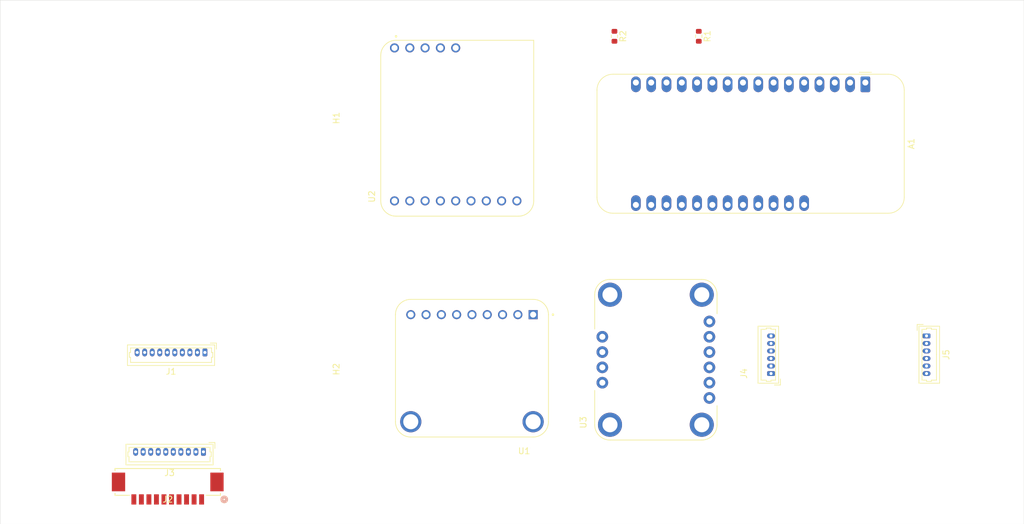
<source format=kicad_pcb>
(kicad_pcb (version 20241229) (generator "pcbnew") (generator_version "9.0")
  (title_block (title "Balloons Payload 2025 Onboarding ") (date "2025-07-29"))
  (layers (0 "F.Cu" signal) (4 "In1.Cu" signal) (6 "In2.Cu" signal) (2 "B.Cu" signal) (13 "F.Paste" user) (15 "B.Paste" user) (5 "F.SilkS" user "F.Silkscreen") (7 "B.SilkS" user "B.Silkscreen") (1 "F.Mask" user) (3 "B.Mask" user) (25 "Edge.Cuts" user))
  (net 0 "")
  (net 1 "+3V3")
  (net 2 "/inside/SCK")
  (net 3 "/inside/MISO")
  (net 4 "/inside/CS_LoRa")
  (net 9 "/inside/SCL")
  (net 11 "/inside/CS_microSD")
  (net 14 "/inside/RX_MCU")
  (net 15 "/inside/MOSI")
  (net 21 "GND")
  (net 25 "/inside/TX_MCU")
  (net 26 "/inside/SDA")
  (net 28 "+5V")
  (net 29 "Net-(J1-Pin_9)")
  (net 30 "Net-(J1-Pin_3)")
  (net 31 "Net-(J1-Pin_2)")
  (net 32 "Net-(J1-Pin_7)")
  (net 33 "Net-(J1-Pin_4)")
  (net 34 "Net-(J1-Pin_5)")
  (footprint "Connector_Molex:Molex_PicoBlade_53047-1010_1x10_P1.25mm_Vertical" (layer "F.Cu") (at 80.25 132.5 180)
    (property "Reference" "J3" (at 5.62 -3.5 0) (layer "F.SilkS"))
    (property "Value" "Molex 0510211000")
    (fp_line (start 12.86 1.26) (end 12.86 -2.16) (stroke (width 0.12)) (layer "F.SilkS"))
    (fp_line (start 12.86 -2.16) (end -1.61 -2.16) (stroke (width 0.12)) (layer "F.SilkS"))
    (fp_line (start 12.55 0) (end 12.55 -0.8) (stroke (width 0.12)) (layer "F.SilkS"))
    (fp_line (start 12.55 -0.8) (end 12.35 -0.8) (stroke (width 0.12)) (layer "F.SilkS"))
    (fp_line (start 12.35 0.75) (end 12.35 0) (stroke (width 0.12)) (layer "F.SilkS"))
    (fp_line (start 12.35 0) (end 12.55 0) (stroke (width 0.12)) (layer "F.SilkS"))
    (fp_line (start 12.35 -0.8) (end 12.35 -1.65) (stroke (width 0.12)) (layer "F.SilkS"))
    (fp_line (start 12.35 -1.65) (end 5.625 -1.65) (stroke (width 0.12)) (layer "F.SilkS"))
    (fp_line (start 5.625 0.75) (end 12.35 0.75) (stroke (width 0.12)) (layer "F.SilkS"))
    (fp_line (start 5.625 0.75) (end -1.1 0.75) (stroke (width 0.12)) (layer "F.SilkS"))
    (fp_line (start -1.1 0.75) (end -1.1 0) (stroke (width 0.12)) (layer "F.SilkS"))
    (fp_line (start -1.1 0) (end -1.3 0) (stroke (width 0.12)) (layer "F.SilkS"))
    (fp_line (start -1.1 -0.8) (end -1.1 -1.65) (stroke (width 0.12)) (layer "F.SilkS"))
    (fp_line (start -1.1 -1.65) (end 5.625 -1.65) (stroke (width 0.12)) (layer "F.SilkS"))
    (fp_line (start -1.3 0) (end -1.3 -0.8) (stroke (width 0.12)) (layer "F.SilkS"))
    (fp_line (start -1.3 -0.8) (end -1.1 -0.8) (stroke (width 0.12)) (layer "F.SilkS"))
    (fp_line (start -1.61 1.26) (end 12.86 1.26) (stroke (width 0.12)) (layer "F.SilkS"))
    (fp_line (start -1.61 -2.16) (end -1.61 1.26) (stroke (width 0.12)) (layer "F.SilkS"))
    (fp_line (start -1.9 1.55) (end -0.9 1.55) (stroke (width 0.12)) (layer "F.SilkS"))
    (fp_line (start -1.9 1.55) (end -1.9 0.55) (stroke (width 0.12)) (layer "F.SilkS"))
    (pad "1" thru_hole roundrect (at 0 0 180) (size 0.8 1.3) (drill 0.5) (layers "*.Cu" "*.Mask") (net 14 "/inside/RX_MCU"))
    (pad "2" thru_hole oval (at 1.25 0 180) (size 0.8 1.3) (drill 0.5) (layers "*.Cu" "*.Mask") (net 31 "Net-(J1-Pin_2)"))
    (pad "3" thru_hole oval (at 2.5 0 180) (size 0.8 1.3) (drill 0.5) (layers "*.Cu" "*.Mask") (net 30 "Net-(J1-Pin_3)"))
    (pad "4" thru_hole oval (at 3.75 0 180) (size 0.8 1.3) (drill 0.5) (layers "*.Cu" "*.Mask") (net 33 "Net-(J1-Pin_4)"))
    (pad "5" thru_hole oval (at 5 0 180) (size 0.8 1.3) (drill 0.5) (layers "*.Cu" "*.Mask") (net 34 "Net-(J1-Pin_5)"))
    (pad "6" thru_hole oval (at 6.25 0 180) (size 0.8 1.3) (drill 0.5) (layers "*.Cu" "*.Mask") (net 25 "/inside/TX_MCU"))
    (pad "7" thru_hole oval (at 7.5 0 180) (size 0.8 1.3) (drill 0.5) (layers "*.Cu" "*.Mask") (net 32 "Net-(J1-Pin_7)"))
    (pad "8" thru_hole oval (at 8.75 0 180) (size 0.8 1.3) (drill 0.5) (layers "*.Cu" "*.Mask") (net 28 "+5V"))
    (pad "9" thru_hole oval (at 10 0 180) (size 0.8 1.3) (drill 0.5) (layers "*.Cu" "*.Mask") (net 29 "Net-(J1-Pin_9)"))
    (pad "10" thru_hole oval (at 11.25 0 180) (size 0.8 1.3) (drill 0.5) (layers "*.Cu" "*.Mask") (net 21 "GND"))
  )
  (footprint "footpriont:Adafruit_RFM96W_LoRa_Radio_3073" (layer "F.Cu") (at 122.395 78.766 90)
    (property "Reference" "U2" (at -11.344 -14.17 90) (layer "F.SilkS"))
    (property "Value" "3073")
    (fp_line (start -12.065 -12.7) (end 12.065 -12.7) (stroke (width 0.127)) (layer "F.SilkS"))
    (fp_line (start 14.605 -10.16) (end 14.605 12.7) (stroke (width 0.127)) (layer "F.SilkS"))
    (fp_line (start -14.605 10.16) (end -14.605 -10.16) (stroke (width 0.127)) (layer "F.SilkS"))
    (fp_line (start 14.605 12.7) (end -12.065 12.7) (stroke (width 0.127)) (layer "F.SilkS"))
    (fp_arc (start 12.065 -12.7) (mid 13.861051 -11.956051) (end 14.605 -10.16) (stroke (width 0.127)) (layer "F.SilkS"))
    (fp_arc (start -14.605 -10.16) (mid -13.861051 -11.956051) (end -12.065 -12.7) (stroke (width 0.127)) (layer "F.SilkS"))
    (fp_arc (start -12.065 12.7) (mid -13.861051 11.956051) (end -14.605 10.16) (stroke (width 0.127)) (layer "F.SilkS"))
    (fp_circle (center 15.25 -10.16) (end 15.35 -10.16) (stroke (width 0.2)) (fill no) (layer "F.SilkS"))
    (pad "JP1_1" thru_hole circle (at 13.335 -10.414 90) (size 1.508 1.508) (drill 1) (layers "*.Cu" "*.Mask"))
    (pad "JP1_2" thru_hole circle (at 13.335 -7.874 90) (size 1.508 1.508) (drill 1) (layers "*.Cu" "*.Mask"))
    (pad "JP1_3" thru_hole circle (at 13.335 -5.334 90) (size 1.508 1.508) (drill 1) (layers "*.Cu" "*.Mask"))
    (pad "JP1_4" thru_hole circle (at 13.335 -2.794 90) (size 1.508 1.508) (drill 1) (layers "*.Cu" "*.Mask"))
    (pad "JP1_5" thru_hole circle (at 13.335 -0.254 90) (size 1.508 1.508) (drill 1) (layers "*.Cu" "*.Mask"))
    (pad "JP3_1" thru_hole circle (at -12.065 -10.414 90) (size 1.508 1.508) (drill 1) (layers "*.Cu" "*.Mask") (net 1 "+3V3"))
    (pad "JP3_2" thru_hole circle (at -12.065 -7.874 90) (size 1.508 1.508) (drill 1) (layers "*.Cu" "*.Mask") (net 21 "GND"))
    (pad "JP3_3" thru_hole circle (at -12.065 -5.334 90) (size 1.508 1.508) (drill 1) (layers "*.Cu" "*.Mask"))
    (pad "JP3_4" thru_hole circle (at -12.065 -2.794 90) (size 1.508 1.508) (drill 1) (layers "*.Cu" "*.Mask"))
    (pad "JP3_5" thru_hole circle (at -12.065 -0.254 90) (size 1.508 1.508) (drill 1) (layers "*.Cu" "*.Mask") (net 2 "/inside/SCK"))
    (pad "JP3_6" thru_hole circle (at -12.065 2.286 90) (size 1.508 1.508) (drill 1) (layers "*.Cu" "*.Mask") (net 3 "/inside/MISO"))
    (pad "JP3_7" thru_hole circle (at -12.065 4.826 90) (size 1.508 1.508) (drill 1) (layers "*.Cu" "*.Mask") (net 15 "/inside/MOSI"))
    (pad "JP3_8" thru_hole circle (at -12.065 7.366 90) (size 1.508 1.508) (drill 1) (layers "*.Cu" "*.Mask") (net 4 "/inside/CS_LoRa"))
    (pad "JP3_9" thru_hole circle (at -12.065 9.906 90) (size 1.508 1.508) (drill 1) (layers "*.Cu" "*.Mask"))
  )
  (footprint "Resistor_SMD:R_0603_1608Metric" (layer "F.Cu") (at 162.5 63.5 -90)
    (property "Reference" "R1" (at 0 -1.43 90) (layer "F.SilkS"))
    (property "Value" "10k")
    (fp_line (start -0.237258 0.5225) (end 0.237258 0.5225) (stroke (width 0.12)) (layer "F.SilkS"))
    (fp_line (start -0.237258 -0.5225) (end 0.237258 -0.5225) (stroke (width 0.12)) (layer "F.SilkS"))
    (pad "1" smd roundrect (at -0.825 0 270) (size 0.8 0.95) (layers "F.Cu" "F.Mask" "F.Paste") (net 1 "+3V3"))
    (pad "2" smd roundrect (at 0.825 0 270) (size 0.8 0.95) (layers "F.Cu" "F.Mask" "F.Paste") (net 26 "/inside/SDA"))
  )
  (footprint "footprints-extra:CONN_532610001-SD_10_MOL" (layer "F.Cu") (at 74.325 137.495499)
    (property "Reference" "J2" (at 0 2.9045 0) (layer "F.SilkS"))
    (property "Value" "Molex 0532611071")
    (fp_line (start -8.7503 -2.2225) (end -8.7503 -1.877639) (stroke (width 0.1524)) (layer "F.SilkS"))
    (fp_line (start -8.7503 1.886641) (end -8.7503 2.2225) (stroke (width 0.1524)) (layer "F.SilkS"))
    (fp_line (start -8.7503 2.2225) (end -6.36414 2.2225) (stroke (width 0.1524)) (layer "F.SilkS"))
    (fp_line (start 6.36414 2.2225) (end 8.7503 2.2225) (stroke (width 0.1524)) (layer "F.SilkS"))
    (fp_line (start 8.7503 -2.2225) (end -8.7503 -2.2225) (stroke (width 0.1524)) (layer "F.SilkS"))
    (fp_line (start 8.7503 -1.877639) (end 8.7503 -2.2225) (stroke (width 0.1524)) (layer "F.SilkS"))
    (fp_line (start 8.7503 2.2225) (end 8.7503 1.886641) (stroke (width 0.1524)) (layer "F.SilkS"))
    (fp_circle (center 9.3853 2.9045) (end 9.7663 2.9045) (stroke (width 0.508)) (fill no) (layer "F.SilkS"))
    (fp_circle (center 9.3853 2.9045) (end 9.7663 2.9045) (stroke (width 0.508)) (fill no) (layer "B.SilkS"))
    (pad "1" smd rect (at 5.625 2.9045) (size 0.8128 1.7018) (layers "F.Cu" "F.Mask" "F.Paste") (net 14 "/inside/RX_MCU"))
    (pad "2" smd rect (at 4.375 2.9045) (size 0.8128 1.7018) (layers "F.Cu" "F.Mask" "F.Paste"))
    (pad "3" smd rect (at 3.125 2.9045) (size 0.8128 1.7018) (layers "F.Cu" "F.Mask" "F.Paste"))
    (pad "4" smd rect (at 1.875 2.9045) (size 0.8128 1.7018) (layers "F.Cu" "F.Mask" "F.Paste"))
    (pad "5" smd rect (at 0.625 2.9045) (size 0.8128 1.7018) (layers "F.Cu" "F.Mask" "F.Paste"))
    (pad "6" smd rect (at -0.625 2.9045) (size 0.8128 1.7018) (layers "F.Cu" "F.Mask" "F.Paste") (net 25 "/inside/TX_MCU"))
    (pad "7" smd rect (at -1.875 2.9045) (size 0.8128 1.7018) (layers "F.Cu" "F.Mask" "F.Paste"))
    (pad "8" smd rect (at -3.125 2.9045) (size 0.8128 1.7018) (layers "F.Cu" "F.Mask" "F.Paste") (net 28 "+5V"))
    (pad "9" smd rect (at -4.375 2.9045) (size 0.8128 1.7018) (layers "F.Cu" "F.Mask" "F.Paste"))
    (pad "10" smd rect (at -5.625 2.9045) (size 0.8128 1.7018) (layers "F.Cu" "F.Mask" "F.Paste") (net 21 "GND"))
    (pad "11" smd rect (at -8.175 0.004501) (size 2.2098 3.0988) (layers "F.Cu" "F.Mask" "F.Paste"))
    (pad "12" smd rect (at 8.175 0.004501) (size 2.2098 3.0988) (layers "F.Cu" "F.Mask" "F.Paste"))
  )
  (footprint "MountingHole:MountingHole_2.5mm" (layer "F.Cu") (at 98.876 77.08 -90)
    (property "Reference" "H1" (at 0 -3.45 90) (layer "F.SilkS"))
    (property "Value" "MountingHole")
    (pad "" np_thru_hole circle (at 0 0 270) (size 2.5 2.5) (drill 2.5) (layers "*.Cu" "*.Mask"))
  )
  (footprint "Resistor_SMD:R_0603_1608Metric" (layer "F.Cu") (at 148.5 63.5 -90)
    (property "Reference" "R2" (at 0 -1.43 90) (layer "F.SilkS"))
    (property "Value" "10k")
    (fp_line (start -0.237258 0.5225) (end 0.237258 0.5225) (stroke (width 0.12)) (layer "F.SilkS"))
    (fp_line (start -0.237258 -0.5225) (end 0.237258 -0.5225) (stroke (width 0.12)) (layer "F.SilkS"))
    (pad "1" smd roundrect (at -0.825 0 270) (size 0.8 0.95) (layers "F.Cu" "F.Mask" "F.Paste") (net 1 "+3V3"))
    (pad "2" smd roundrect (at 0.825 0 270) (size 0.8 0.95) (layers "F.Cu" "F.Mask" "F.Paste") (net 9 "/inside/SCL"))
  )
  (footprint "footpriont:adafruit_IMU_2472" (layer "F.Cu") (at 155.38 117.205 90)
    (property "Reference" "U3" (at -10.41 -12.045 90) (layer "F.SilkS"))
    (property "Value" "2472")
    (fp_line (start 5.0952 -10.16) (end 10.795 -10.16) (stroke (width 0.127)) (layer "F.SilkS"))
    (fp_line (start -10.795 -10.16) (end -5.0952 -10.16) (stroke (width 0.127)) (layer "F.SilkS"))
    (fp_line (start 13.335 -7.62) (end 13.335 7.62) (stroke (width 0.127)) (layer "F.SilkS"))
    (fp_line (start -13.335 7.62) (end -13.335 -7.62) (stroke (width 0.127)) (layer "F.SilkS"))
    (fp_line (start 10.795 10.16) (end 7.6352 10.16) (stroke (width 0.127)) (layer "F.SilkS"))
    (fp_line (start -7.6352 10.16) (end -10.795 10.16) (stroke (width 0.127)) (layer "F.SilkS"))
    (fp_arc (start 10.795 -10.16) (mid 12.591051 -9.416051) (end 13.335 -7.62) (stroke (width 0.127)) (layer "F.SilkS"))
    (fp_arc (start -13.335 -7.62) (mid -12.591051 -9.416051) (end -10.795 -10.16) (stroke (width 0.127)) (layer "F.SilkS"))
    (fp_arc (start 13.335 7.62) (mid 12.591051 9.416051) (end 10.795 10.16) (stroke (width 0.127)) (layer "F.SilkS"))
    (fp_arc (start -10.795 10.16) (mid -12.591051 9.416051) (end -13.335 7.62) (stroke (width 0.127)) (layer "F.SilkS"))
    (pad "1" thru_hole circle (at -6.35 8.89 90) (size 1.9304 1.9304) (drill 1) (layers "*.Cu" "*.Mask") (net 1 "+3V3"))
    (pad "2" thru_hole circle (at -3.81 8.89 90) (size 1.9304 1.9304) (drill 1) (layers "*.Cu" "*.Mask"))
    (pad "3" thru_hole circle (at -1.27 8.89 90) (size 1.9304 1.9304) (drill 1) (layers "*.Cu" "*.Mask") (net 21 "GND"))
    (pad "4" thru_hole circle (at 1.27 8.89 90) (size 1.9304 1.9304) (drill 1) (layers "*.Cu" "*.Mask") (net 26 "/inside/SDA"))
    (pad "5" thru_hole circle (at 3.81 8.89 90) (size 1.9304 1.9304) (drill 1) (layers "*.Cu" "*.Mask") (net 9 "/inside/SCL"))
    (pad "6" thru_hole circle (at 6.35 8.89 90) (size 1.9304 1.9304) (drill 1) (layers "*.Cu" "*.Mask"))
    (pad "7" thru_hole circle (at 3.81 -8.89 90) (size 1.9304 1.9304) (drill 1) (layers "*.Cu" "*.Mask"))
    (pad "8" thru_hole circle (at 1.27 -8.89 90) (size 1.9304 1.9304) (drill 1) (layers "*.Cu" "*.Mask"))
    (pad "9" thru_hole circle (at -1.27 -8.89 90) (size 1.9304 1.9304) (drill 1) (layers "*.Cu" "*.Mask"))
    (pad "10" thru_hole circle (at -3.81 -8.89 90) (size 1.9304 1.9304) (drill 1) (layers "*.Cu" "*.Mask"))
    (pad "SH1" thru_hole circle (at -10.795 7.62 90) (size 4 4) (drill 2.5) (layers "*.Cu" "*.Mask"))
    (pad "SH2" thru_hole circle (at 10.795 7.62 90) (size 4 4) (drill 2.5) (layers "*.Cu" "*.Mask"))
    (pad "SH3" thru_hole circle (at 10.795 -7.62 90) (size 4 4) (drill 2.5) (layers "*.Cu" "*.Mask"))
    (pad "SH4" thru_hole circle (at -10.795 -7.62 90) (size 4 4) (drill 2.5) (layers "*.Cu" "*.Mask"))
  )
  (footprint "Connector_Molex:Molex_PicoBlade_53047-0610_1x06_P1.25mm_Vertical" (layer "F.Cu") (at 200.32 113.25 -90)
    (property "Reference" "J5" (at 3.12 -3.26 90) (layer "F.SilkS"))
    (property "Value" "Conn_01x06_Pin")
    (fp_line (start -1.9 1.55) (end -0.9 1.55) (stroke (width 0.12)) (layer "F.SilkS"))
    (fp_line (start -1.9 1.55) (end -1.9 0.55) (stroke (width 0.12)) (layer "F.SilkS"))
    (fp_line (start -1.61 1.26) (end 7.86 1.26) (stroke (width 0.12)) (layer "F.SilkS"))
    (fp_line (start 7.86 1.26) (end 7.86 -2.16) (stroke (width 0.12)) (layer "F.SilkS"))
    (fp_line (start -1.1 0.75) (end -1.1 0) (stroke (width 0.12)) (layer "F.SilkS"))
    (fp_line (start 3.125 0.75) (end -1.1 0.75) (stroke (width 0.12)) (layer "F.SilkS"))
    (fp_line (start 3.125 0.75) (end 7.35 0.75) (stroke (width 0.12)) (layer "F.SilkS"))
    (fp_line (start 7.35 0.75) (end 7.35 0) (stroke (width 0.12)) (layer "F.SilkS"))
    (fp_line (start -1.3 0) (end -1.3 -0.8) (stroke (width 0.12)) (layer "F.SilkS"))
    (fp_line (start -1.1 0) (end -1.3 0) (stroke (width 0.12)) (layer "F.SilkS"))
    (fp_line (start 7.35 0) (end 7.55 0) (stroke (width 0.12)) (layer "F.SilkS"))
    (fp_line (start 7.55 0) (end 7.55 -0.8) (stroke (width 0.12)) (layer "F.SilkS"))
    (fp_line (start -1.3 -0.8) (end -1.1 -0.8) (stroke (width 0.12)) (layer "F.SilkS"))
    (fp_line (start -1.1 -0.8) (end -1.1 -1.65) (stroke (width 0.12)) (layer "F.SilkS"))
    (fp_line (start 7.35 -0.8) (end 7.35 -1.65) (stroke (width 0.12)) (layer "F.SilkS"))
    (fp_line (start 7.55 -0.8) (end 7.35 -0.8) (stroke (width 0.12)) (layer "F.SilkS"))
    (fp_line (start -1.1 -1.65) (end 3.125 -1.65) (stroke (width 0.12)) (layer "F.SilkS"))
    (fp_line (start 7.35 -1.65) (end 3.125 -1.65) (stroke (width 0.12)) (layer "F.SilkS"))
    (fp_line (start -1.61 -2.16) (end -1.61 1.26) (stroke (width 0.12)) (layer "F.SilkS"))
    (fp_line (start 7.86 -2.16) (end -1.61 -2.16) (stroke (width 0.12)) (layer "F.SilkS"))
    (pad "1" thru_hole roundrect (at 0 0 270) (size 0.8 1.3) (drill 0.5) (layers "*.Cu" "*.Mask"))
    (pad "2" thru_hole oval (at 1.25 0 270) (size 0.8 1.3) (drill 0.5) (layers "*.Cu" "*.Mask"))
    (pad "3" thru_hole oval (at 2.5 0 270) (size 0.8 1.3) (drill 0.5) (layers "*.Cu" "*.Mask"))
    (pad "4" thru_hole oval (at 3.75 0 270) (size 0.8 1.3) (drill 0.5) (layers "*.Cu" "*.Mask"))
    (pad "5" thru_hole oval (at 5 0 270) (size 0.8 1.3) (drill 0.5) (layers "*.Cu" "*.Mask"))
    (pad "6" thru_hole oval (at 6.25 0 270) (size 0.8 1.3) (drill 0.5) (layers "*.Cu" "*.Mask"))
  )
  (footprint "MountingHole:MountingHole_2.5mm" (layer "F.Cu") (at 98.876 118.78 -90)
    (property "Reference" "H2" (at 0 -3.45 90) (layer "F.SilkS"))
    (property "Value" "MountingHole")
    (pad "" np_thru_hole circle (at 0 0 270) (size 2.5 2.5) (drill 2.5) (layers "*.Cu" "*.Mask"))
  )
  (footprint "footpriont:MODULE_MICROSD_SPI_OR_SDIO_CARD" (layer "F.Cu") (at 124.84 118.61 180)
    (property "Reference" "U1" (at -8.665 -13.754 0) (layer "F.SilkS"))
    (property "Value" "MICROSD_SPI_OR_SDIO_CARD")
    (fp_line (start 12.7 -8.89) (end 12.7 8.89) (stroke (width 0.127)) (layer "F.SilkS"))
    (fp_line (start 10.16 11.43) (end -10.16 11.43) (stroke (width 0.127)) (layer "F.SilkS"))
    (fp_line (start -10.16 -11.43) (end 10.16 -11.43) (stroke (width 0.127)) (layer "F.SilkS"))
    (fp_line (start -12.7 8.89) (end -12.7 -8.89) (stroke (width 0.127)) (layer "F.SilkS"))
    (fp_arc (start 12.7 8.89) (mid 11.956051 10.686051) (end 10.16 11.43) (stroke (width 0.127)) (layer "F.SilkS"))
    (fp_arc (start 10.16 -11.43) (mid 11.956051 -10.686051) (end 12.7 -8.89) (stroke (width 0.127)) (layer "F.SilkS"))
    (fp_arc (start -10.16 11.43) (mid -11.956051 10.686051) (end -12.7 8.89) (stroke (width 0.127)) (layer "F.SilkS"))
    (fp_arc (start -12.7 -8.89) (mid -11.956051 -10.686051) (end -10.16 -11.43) (stroke (width 0.127)) (layer "F.SilkS"))
    (fp_circle (center -13.45 8.89) (end -13.35 8.89) (stroke (width 0.2)) (fill no) (layer "F.SilkS"))
    (pad "1" thru_hole rect (at -10.16 8.89 180) (size 1.508 1.508) (drill 1) (layers "*.Cu" "*.Mask") (net 1 "+3V3"))
    (pad "2" thru_hole circle (at -7.62 8.89 180) (size 1.508 1.508) (drill 1) (layers "*.Cu" "*.Mask") (net 21 "GND"))
    (pad "3" thru_hole circle (at -5.08 8.89 180) (size 1.508 1.508) (drill 1) (layers "*.Cu" "*.Mask") (net 2 "/inside/SCK"))
    (pad "4" thru_hole circle (at -2.54 8.89 180) (size 1.508 1.508) (drill 1) (layers "*.Cu" "*.Mask") (net 3 "/inside/MISO"))
    (pad "5" thru_hole circle (at 0 8.89 180) (size 1.508 1.508) (drill 1) (layers "*.Cu" "*.Mask") (net 15 "/inside/MOSI"))
    (pad "6" thru_hole circle (at 2.54 8.89 180) (size 1.508 1.508) (drill 1) (layers "*.Cu" "*.Mask") (net 11 "/inside/CS_microSD"))
    (pad "7" thru_hole circle (at 5.08 8.89 180) (size 1.508 1.508) (drill 1) (layers "*.Cu" "*.Mask"))
    (pad "8" thru_hole circle (at 7.62 8.89 180) (size 1.508 1.508) (drill 1) (layers "*.Cu" "*.Mask"))
    (pad "9" thru_hole circle (at 10.16 8.89 180) (size 1.508 1.508) (drill 1) (layers "*.Cu" "*.Mask"))
    (pad "S1" thru_hole circle (at -10.16 -8.89 180) (size 3.516 3.516) (drill 2.5) (layers "*.Cu" "*.Mask"))
    (pad "S2" thru_hole circle (at 10.16 -8.89 180) (size 3.516 3.516) (drill 2.5) (layers "*.Cu" "*.Mask"))
  )
  (footprint "Connector_Molex:Molex_PicoBlade_53047-1010_1x10_P1.25mm_Vertical" (layer "F.Cu") (at 80.5 116 180)
    (property "Reference" "J1" (at 5.62 -3.165 0) (layer "F.SilkS"))
    (property "Value" "Molex 0510211000")
    (fp_line (start 12.86 1.26) (end 12.86 -2.16) (stroke (width 0.12)) (layer "F.SilkS"))
    (fp_line (start 12.86 -2.16) (end -1.61 -2.16) (stroke (width 0.12)) (layer "F.SilkS"))
    (fp_line (start 12.55 0) (end 12.55 -0.8) (stroke (width 0.12)) (layer "F.SilkS"))
    (fp_line (start 12.55 -0.8) (end 12.35 -0.8) (stroke (width 0.12)) (layer "F.SilkS"))
    (fp_line (start 12.35 0.75) (end 12.35 0) (stroke (width 0.12)) (layer "F.SilkS"))
    (fp_line (start 12.35 0) (end 12.55 0) (stroke (width 0.12)) (layer "F.SilkS"))
    (fp_line (start 12.35 -0.8) (end 12.35 -1.65) (stroke (width 0.12)) (layer "F.SilkS"))
    (fp_line (start 12.35 -1.65) (end 5.625 -1.65) (stroke (width 0.12)) (layer "F.SilkS"))
    (fp_line (start 5.625 0.75) (end 12.35 0.75) (stroke (width 0.12)) (layer "F.SilkS"))
    (fp_line (start 5.625 0.75) (end -1.1 0.75) (stroke (width 0.12)) (layer "F.SilkS"))
    (fp_line (start -1.1 0.75) (end -1.1 0) (stroke (width 0.12)) (layer "F.SilkS"))
    (fp_line (start -1.1 0) (end -1.3 0) (stroke (width 0.12)) (layer "F.SilkS"))
    (fp_line (start -1.1 -0.8) (end -1.1 -1.65) (stroke (width 0.12)) (layer "F.SilkS"))
    (fp_line (start -1.1 -1.65) (end 5.625 -1.65) (stroke (width 0.12)) (layer "F.SilkS"))
    (fp_line (start -1.3 0) (end -1.3 -0.8) (stroke (width 0.12)) (layer "F.SilkS"))
    (fp_line (start -1.3 -0.8) (end -1.1 -0.8) (stroke (width 0.12)) (layer "F.SilkS"))
    (fp_line (start -1.61 1.26) (end 12.86 1.26) (stroke (width 0.12)) (layer "F.SilkS"))
    (fp_line (start -1.61 -2.16) (end -1.61 1.26) (stroke (width 0.12)) (layer "F.SilkS"))
    (fp_line (start -1.9 1.55) (end -0.9 1.55) (stroke (width 0.12)) (layer "F.SilkS"))
    (fp_line (start -1.9 1.55) (end -1.9 0.55) (stroke (width 0.12)) (layer "F.SilkS"))
    (pad "1" thru_hole roundrect (at 0 0 180) (size 0.8 1.3) (drill 0.5) (layers "*.Cu" "*.Mask") (net 14 "/inside/RX_MCU"))
    (pad "2" thru_hole oval (at 1.25 0 180) (size 0.8 1.3) (drill 0.5) (layers "*.Cu" "*.Mask") (net 31 "Net-(J1-Pin_2)"))
    (pad "3" thru_hole oval (at 2.5 0 180) (size 0.8 1.3) (drill 0.5) (layers "*.Cu" "*.Mask") (net 30 "Net-(J1-Pin_3)"))
    (pad "4" thru_hole oval (at 3.75 0 180) (size 0.8 1.3) (drill 0.5) (layers "*.Cu" "*.Mask") (net 33 "Net-(J1-Pin_4)"))
    (pad "5" thru_hole oval (at 5 0 180) (size 0.8 1.3) (drill 0.5) (layers "*.Cu" "*.Mask") (net 34 "Net-(J1-Pin_5)"))
    (pad "6" thru_hole oval (at 6.25 0 180) (size 0.8 1.3) (drill 0.5) (layers "*.Cu" "*.Mask") (net 25 "/inside/TX_MCU"))
    (pad "7" thru_hole oval (at 7.5 0 180) (size 0.8 1.3) (drill 0.5) (layers "*.Cu" "*.Mask") (net 32 "Net-(J1-Pin_7)"))
    (pad "8" thru_hole oval (at 8.75 0 180) (size 0.8 1.3) (drill 0.5) (layers "*.Cu" "*.Mask") (net 28 "+5V"))
    (pad "9" thru_hole oval (at 10 0 180) (size 0.8 1.3) (drill 0.5) (layers "*.Cu" "*.Mask") (net 29 "Net-(J1-Pin_9)"))
    (pad "10" thru_hole oval (at 11.25 0 180) (size 0.8 1.3) (drill 0.5) (layers "*.Cu" "*.Mask") (net 21 "GND"))
  )
  (footprint "Module:Adafruit_Feather" (layer "F.Cu") (at 190.16 71.18 -90)
    (property "Reference" "A1" (at 10.16 -7.62 90) (layer "F.SilkS"))
    (property "Value" "Adafruit_Feather_HUZZAH32_ESP32")
    (fp_line (start 19.05 44.56) (end 1.27 44.56) (stroke (width 0.12)) (layer "F.SilkS"))
    (fp_line (start -1.7 1) (end -1.7 -1) (stroke (width 0.12)) (layer "F.SilkS"))
    (fp_line (start -1.38 -3.81) (end -1.38 41.91) (stroke (width 0.12)) (layer "F.SilkS"))
    (fp_line (start 21.7 -3.81) (end 21.7 41.91) (stroke (width 0.12)) (layer "F.SilkS"))
    (fp_line (start 19.05 -6.46) (end 1.27 -6.46) (stroke (width 0.12)) (layer "F.SilkS"))
    (fp_arc (start 1.27 44.56) (mid -0.603833 43.783833) (end -1.38 41.91) (stroke (width 0.12)) (layer "F.SilkS"))
    (fp_arc (start 21.7 41.91) (mid 20.923833 43.783833) (end 19.05 44.56) (stroke (width 0.12)) (layer "F.SilkS"))
    (fp_arc (start -1.38 -3.81) (mid -0.603833 -5.683833) (end 1.27 -6.46) (stroke (width 0.12)) (layer "F.SilkS"))
    (fp_arc (start 19.05 -6.46) (mid 20.923833 -5.683833) (end 21.7 -3.81) (stroke (width 0.12)) (layer "F.SilkS"))
    (pad "1" thru_hole roundrect (at 0 0 270) (size 2.6 1.6) (drill 1 (offset 0.3 0)) (layers "*.Cu" "*.Mask") (roundrect_rratio 0.15625))
    (pad "2" thru_hole oval (at 0 2.54 270) (size 2.6 1.6) (drill 1 (offset 0.3 0)) (layers "*.Cu" "*.Mask") (net 1 "+3V3"))
    (pad "3" thru_hole oval (at 0 5.08 270) (size 2.6 1.6) (drill 1 (offset 0.3 0)) (layers "*.Cu" "*.Mask"))
    (pad "4" thru_hole oval (at 0 7.62 270) (size 2.6 1.6) (drill 1 (offset 0.3 0)) (layers "*.Cu" "*.Mask") (net 21 "GND"))
    (pad "5" thru_hole oval (at 0 10.16 270) (size 2.6 1.6) (drill 1 (offset 0.3 0)) (layers "*.Cu" "*.Mask"))
    (pad "6" thru_hole oval (at 0 12.7 270) (size 2.6 1.6) (drill 1 (offset 0.3 0)) (layers "*.Cu" "*.Mask"))
    (pad "7" thru_hole oval (at 0 15.24 270) (size 2.6 1.6) (drill 1 (offset 0.3 0)) (layers "*.Cu" "*.Mask"))
    (pad "8" thru_hole oval (at 0 17.78 270) (size 2.6 1.6) (drill 1 (offset 0.3 0)) (layers "*.Cu" "*.Mask"))
    (pad "9" thru_hole oval (at 0 20.32 270) (size 2.6 1.6) (drill 1 (offset 0.3 0)) (layers "*.Cu" "*.Mask"))
    (pad "10" thru_hole oval (at 0 22.86 270) (size 2.6 1.6) (drill 1 (offset 0.3 0)) (layers "*.Cu" "*.Mask"))
    (pad "11" thru_hole oval (at 0 25.4 270) (size 2.6 1.6) (drill 1 (offset 0.3 0)) (layers "*.Cu" "*.Mask") (net 2 "/inside/SCK"))
    (pad "12" thru_hole oval (at 0 27.94 270) (size 2.6 1.6) (drill 1 (offset 0.3 0)) (layers "*.Cu" "*.Mask") (net 15 "/inside/MOSI"))
    (pad "13" thru_hole oval (at 0 30.48 270) (size 2.6 1.6) (drill 1 (offset 0.3 0)) (layers "*.Cu" "*.Mask") (net 3 "/inside/MISO"))
    (pad "14" thru_hole oval (at 0 33.02 270) (size 2.6 1.6) (drill 1 (offset 0.3 0)) (layers "*.Cu" "*.Mask") (net 14 "/inside/RX_MCU"))
    (pad "15" thru_hole oval (at 0 35.56 270) (size 2.6 1.6) (drill 1 (offset 0.3 0)) (layers "*.Cu" "*.Mask") (net 25 "/inside/TX_MCU"))
    (pad "16" thru_hole oval (at 0 38.1 270) (size 2.6 1.6) (drill 1 (offset 0.3 0)) (layers "*.Cu" "*.Mask"))
    (pad "17" thru_hole oval (at 20.32 38.1 90) (size 2.6 1.6) (drill 1 (offset 0.3 0)) (layers "*.Cu" "*.Mask") (net 26 "/inside/SDA"))
    (pad "18" thru_hole oval (at 20.32 35.56 90) (size 2.6 1.6) (drill 1 (offset 0.3 0)) (layers "*.Cu" "*.Mask") (net 9 "/inside/SCL"))
    (pad "19" thru_hole oval (at 20.32 33.02 90) (size 2.6 1.6) (drill 1 (offset 0.3 0)) (layers "*.Cu" "*.Mask") (net 4 "/inside/CS_LoRa"))
    (pad "20" thru_hole oval (at 20.32 30.48 90) (size 2.6 1.6) (drill 1 (offset 0.3 0)) (layers "*.Cu" "*.Mask") (net 11 "/inside/CS_microSD"))
    (pad "21" thru_hole oval (at 20.32 27.94 90) (size 2.6 1.6) (drill 1 (offset 0.3 0)) (layers "*.Cu" "*.Mask"))
    (pad "22" thru_hole oval (at 20.32 25.4 90) (size 2.6 1.6) (drill 1 (offset 0.3 0)) (layers "*.Cu" "*.Mask"))
    (pad "23" thru_hole oval (at 20.32 22.86 90) (size 2.6 1.6) (drill 1 (offset 0.3 0)) (layers "*.Cu" "*.Mask"))
    (pad "24" thru_hole oval (at 20.32 20.32 90) (size 2.6 1.6) (drill 1 (offset 0.3 0)) (layers "*.Cu" "*.Mask"))
    (pad "25" thru_hole oval (at 20.32 17.78 90) (size 2.6 1.6) (drill 1 (offset 0.3 0)) (layers "*.Cu" "*.Mask"))
    (pad "26" thru_hole oval (at 20.32 15.24 90) (size 2.6 1.6) (drill 1 (offset 0.3 0)) (layers "*.Cu" "*.Mask"))
    (pad "27" thru_hole oval (at 20.32 12.7 90) (size 2.6 1.6) (drill 1 (offset 0.3 0)) (layers "*.Cu" "*.Mask"))
    (pad "28" thru_hole oval (at 20.32 10.16 90) (size 2.6 1.6) (drill 1 (offset 0.3 0)) (layers "*.Cu" "*.Mask") (net 28 "+5V"))
  )
  (footprint "Connector_Molex:Molex_PicoBlade_53047-0610_1x06_P1.25mm_Vertical" (layer "F.Cu") (at 174.5 119.5 90)
    (property "Reference" "J4" (at 0 -4.5 90) (layer "F.SilkS"))
    (property "Value" "Conn_01x06_Pin")
    (fp_line (start 7.86 -2.16) (end -1.61 -2.16) (stroke (width 0.12)) (layer "F.SilkS"))
    (fp_line (start -1.61 -2.16) (end -1.61 1.26) (stroke (width 0.12)) (layer "F.SilkS"))
    (fp_line (start 7.35 -1.65) (end 3.125 -1.65) (stroke (width 0.12)) (layer "F.SilkS"))
    (fp_line (start -1.1 -1.65) (end 3.125 -1.65) (stroke (width 0.12)) (layer "F.SilkS"))
    (fp_line (start 7.55 -0.8) (end 7.35 -0.8) (stroke (width 0.12)) (layer "F.SilkS"))
    (fp_line (start 7.35 -0.8) (end 7.35 -1.65) (stroke (width 0.12)) (layer "F.SilkS"))
    (fp_line (start -1.1 -0.8) (end -1.1 -1.65) (stroke (width 0.12)) (layer "F.SilkS"))
    (fp_line (start -1.3 -0.8) (end -1.1 -0.8) (stroke (width 0.12)) (layer "F.SilkS"))
    (fp_line (start 7.55 0) (end 7.55 -0.8) (stroke (width 0.12)) (layer "F.SilkS"))
    (fp_line (start 7.35 0) (end 7.55 0) (stroke (width 0.12)) (layer "F.SilkS"))
    (fp_line (start -1.1 0) (end -1.3 0) (stroke (width 0.12)) (layer "F.SilkS"))
    (fp_line (start -1.3 0) (end -1.3 -0.8) (stroke (width 0.12)) (layer "F.SilkS"))
    (fp_line (start 7.35 0.75) (end 7.35 0) (stroke (width 0.12)) (layer "F.SilkS"))
    (fp_line (start 3.125 0.75) (end 7.35 0.75) (stroke (width 0.12)) (layer "F.SilkS"))
    (fp_line (start 3.125 0.75) (end -1.1 0.75) (stroke (width 0.12)) (layer "F.SilkS"))
    (fp_line (start -1.1 0.75) (end -1.1 0) (stroke (width 0.12)) (layer "F.SilkS"))
    (fp_line (start 7.86 1.26) (end 7.86 -2.16) (stroke (width 0.12)) (layer "F.SilkS"))
    (fp_line (start -1.61 1.26) (end 7.86 1.26) (stroke (width 0.12)) (layer "F.SilkS"))
    (fp_line (start -1.9 1.55) (end -1.9 0.55) (stroke (width 0.12)) (layer "F.SilkS"))
    (fp_line (start -1.9 1.55) (end -0.9 1.55) (stroke (width 0.12)) (layer "F.SilkS"))
    (pad "1" thru_hole roundrect (at 0 0 90) (size 0.8 1.3) (drill 0.5) (layers "*.Cu" "*.Mask") (net 1 "+3V3"))
    (pad "2" thru_hole oval (at 1.25 0 90) (size 0.8 1.3) (drill 0.5) (layers "*.Cu" "*.Mask"))
    (pad "3" thru_hole oval (at 2.5 0 90) (size 0.8 1.3) (drill 0.5) (layers "*.Cu" "*.Mask"))
    (pad "4" thru_hole oval (at 3.75 0 90) (size 0.8 1.3) (drill 0.5) (layers "*.Cu" "*.Mask") (net 9 "/inside/SCL"))
    (pad "5" thru_hole oval (at 5 0 90) (size 0.8 1.3) (drill 0.5) (layers "*.Cu" "*.Mask") (net 26 "/inside/SDA"))
    (pad "6" thru_hole oval (at 6.25 0 90) (size 0.8 1.3) (drill 0.5) (layers "*.Cu" "*.Mask"))
  )
  (gr_rect (start 46.5 57.5) (end 216.5 144.5) (stroke (width 0.05)) (fill no) (layer "Edge.Cuts"))
)
</source>
